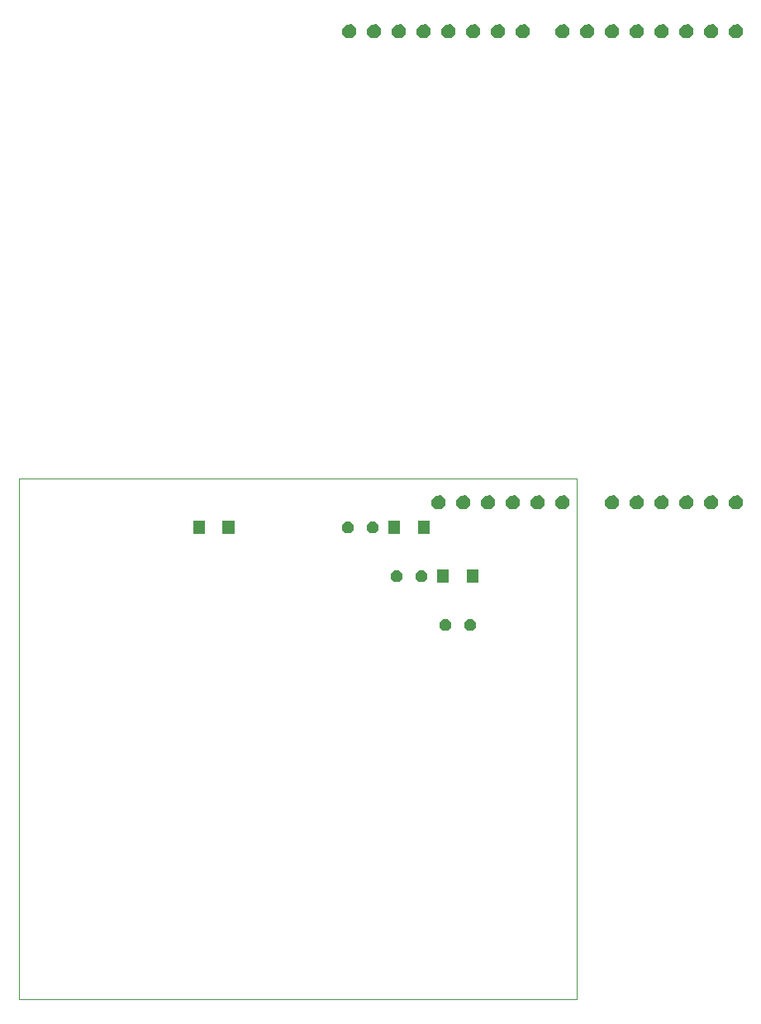
<source format=gtl>
G75*
G71*
%OFA0B0*%
%FSLAX23Y23*%
%IPPOS*%
%LPD*%
%ADD10C,0.1*%
%LPD*%D10*
X0Y0D02*
X0Y100D01*
X0Y200D01*
X0Y300D01*
X0Y400D01*
X0Y499D01*
X0Y599D01*
X0Y699D01*
X0Y799D01*
X0Y899D01*
X0Y999D01*
X0Y1099D01*
X0Y1199D01*
X0Y1299D01*
X0Y1398D01*
X0Y1498D01*
X0Y1598D01*
X0Y1698D01*
X0Y1798D01*
X0Y1898D01*
X0Y1998D01*
X0Y2098D01*
X0Y2198D01*
X0Y2297D01*
X0Y2397D01*
X0Y2497D01*
X0Y2597D01*
X0Y2697D01*
X0Y2797D01*
X0Y2897D01*
X0Y2997D01*
X0Y3097D01*
X0Y3196D01*
X0Y3296D01*
X0Y3396D01*
X0Y3496D01*
X0Y3596D01*
X0Y3696D01*
X0Y3796D01*
X0Y3896D01*
X0Y3995D01*
X0Y4095D01*
X0Y4195D01*
X0Y4295D01*
X0Y4395D01*
X0Y4495D01*
X0Y4595D01*
X0Y4695D01*
X0Y4795D01*
X0Y4894D01*
X0Y4994D01*
X0Y5094D01*
X0Y5194D01*
X0Y5294D01*
X0Y5394D01*
X0Y5494D01*
X0Y5594D01*
X0Y5694D01*
X0Y5793D01*
X0Y5893D01*
X0Y5993D01*
X0Y6093D01*
X0Y6193D01*
X0Y6293D01*
X0Y6393D01*
X0Y6493D01*
X0Y6593D01*
X0Y6692D01*
X0Y6792D01*
X0Y6892D01*
X0Y6992D01*
X0Y7092D01*
X0Y7192D01*
X0Y7292D01*
X0Y7392D01*
X0Y7492D01*
X0Y7591D01*
X0Y7691D01*
X0Y7791D01*
X0Y7891D01*
X0Y7991D01*
X0Y8091D01*
X0Y8191D01*
X0Y8291D01*
X0Y8391D01*
X0Y8490D01*
X0Y8590D01*
X0Y8690D01*
X0Y8790D01*
X0Y8890D01*
X0Y8990D01*
X0Y9090D01*
X0Y9190D01*
X0Y9290D01*
X0Y9389D01*
X0Y9489D01*
X0Y9589D01*
X0Y9689D01*
X0Y9789D01*
X0Y9889D01*
X0Y9989D01*
X0Y10089D01*
X0Y10188D01*
X0Y10288D01*
X0Y10388D01*
X0Y10488D01*
X0Y10588D01*
X0Y10688D01*
X0Y10788D01*
X0Y10888D01*
X0Y10988D01*
X0Y11087D01*
X0Y11187D01*
X0Y11287D01*
X0Y11387D01*
X0Y11487D01*
X0Y11587D01*
X0Y11687D01*
X0Y11787D01*
X0Y11887D01*
X0Y11986D01*
X0Y12086D01*
X0Y12186D01*
X0Y12286D01*
X0Y12386D01*
X0Y12486D01*
X0Y12586D01*
X0Y12686D01*
X0Y12786D01*
X0Y12885D01*
X0Y12985D01*
X0Y13085D01*
X0Y13185D01*
X0Y13285D01*
X0Y13385D01*
X0Y13485D01*
X0Y13585D01*
X0Y13685D01*
X0Y13784D01*
X0Y13884D01*
X0Y13984D01*
X0Y14084D01*
X0Y14184D01*
X0Y14284D01*
X0Y14384D01*
X0Y14484D01*
X0Y14584D01*
X0Y14683D01*
X0Y14783D01*
X0Y14883D01*
X0Y14983D01*
X0Y15083D01*
X0Y15183D01*
X0Y15283D01*
X0Y15383D01*
X0Y15483D01*
X0Y15582D01*
X0Y15682D01*
X0Y15782D01*
X0Y15882D01*
X0Y15982D01*
X0Y16082D01*
X0Y16182D01*
X0Y16282D01*
X0Y16381D01*
X0Y16481D01*
X0Y16581D01*
X0Y16681D01*
X0Y16781D01*
X0Y16881D01*
X0Y16981D01*
X0Y17081D01*
X0Y17181D01*
X0Y17280D01*
X0Y17380D01*
X0Y17480D01*
X0Y17580D01*
X0Y17680D01*
X0Y17780D01*
X0Y17880D01*
X0Y17980D01*
X0Y18080D01*
X0Y18179D01*
X0Y18279D01*
X0Y18379D01*
X0Y18479D01*
X0Y18579D01*
X0Y18679D01*
X0Y18779D01*
X0Y18879D01*
X0Y18979D01*
X0Y19078D01*
X0Y19178D01*
X0Y19278D01*
X0Y19378D01*
X0Y19478D01*
X0Y19578D01*
X0Y19678D01*
X0Y19778D01*
X0Y19878D01*
X0Y19977D01*
X0Y20077D01*
X0Y20177D01*
X0Y20277D01*
X0Y20377D01*
X0Y20477D01*
X0Y20577D01*
X0Y20677D01*
X0Y20777D01*
X0Y20876D01*
X0Y20976D01*
X0Y21076D01*
X0Y21176D01*
X0Y21276D01*
X0Y21376D01*
X0Y21476D01*
X0Y21576D01*
X0Y21676D01*
X0Y21775D01*
X0Y21875D01*
X0Y21975D01*
X0Y22075D01*
X0Y22175D01*
X0Y22275D01*
X0Y22375D01*
X0Y22475D01*
X0Y22575D01*
X0Y22674D01*
X0Y22774D01*
X0Y22874D01*
X0Y22974D01*
X0Y23074D01*
X0Y23174D01*
X0Y23274D01*
X0Y23374D01*
X0Y23473D01*
X0Y23573D01*
X0Y23673D01*
X0Y23773D01*
X0Y23873D01*
X0Y23973D01*
X0Y24073D01*
X0Y24173D01*
X0Y24273D01*
X0Y24372D01*
X0Y24472D01*
X0Y24572D01*
X0Y24672D01*
X0Y24772D01*
X0Y24872D01*
X0Y24972D01*
X0Y25072D01*
X0Y25172D01*
X0Y25271D01*
X0Y25371D01*
X0Y25471D01*
X0Y25571D01*
X0Y25671D01*
X0Y25771D01*
X0Y25871D01*
X0Y25971D01*
X0Y26071D01*
X0Y26170D01*
X0Y26270D01*
X0Y26370D01*
X0Y26470D01*
X0Y26570D01*
X0Y26670D01*
X0Y26770D01*
X0Y26870D01*
X0Y26970D01*
X0Y27069D01*
X0Y27169D01*
X0Y27269D01*
X0Y27369D01*
X0Y27469D01*
X0Y27569D01*
X0Y27669D01*
X0Y27769D01*
X0Y27869D01*
X0Y27968D01*
X0Y28068D01*
X0Y28168D01*
X0Y28268D01*
X0Y28368D01*
X0Y28468D01*
X0Y28568D01*
X0Y28668D01*
X0Y28768D01*
X0Y28867D01*
X0Y28967D01*
X0Y29067D01*
X0Y29167D01*
X0Y29267D01*
X0Y29367D01*
X0Y29467D01*
X0Y29567D01*
X0Y29667D01*
X0Y29766D01*
X0Y29866D01*
X0Y29966D01*
X0Y30066D01*
X0Y30166D01*
X0Y30266D01*
X0Y30366D01*
X0Y30466D01*
X0Y30565D01*
X0Y30665D01*
X0Y30765D01*
X0Y30865D01*
X0Y30965D01*
X0Y31065D01*
X0Y31165D01*
X0Y31265D01*
X0Y31365D01*
X0Y31464D01*
X0Y31564D01*
X0Y31664D01*
X0Y31764D01*
X0Y31864D01*
X0Y31964D01*
X0Y32064D01*
X0Y32164D01*
X0Y32264D01*
X0Y32363D01*
X0Y32463D01*
X0Y32563D01*
X0Y32663D01*
X0Y32763D01*
X0Y32863D01*
X0Y32963D01*
X0Y33063D01*
X0Y33163D01*
X0Y33262D01*
X0Y33362D01*
X0Y33462D01*
X0Y33562D01*
X0Y33662D01*
X0Y33762D01*
X0Y33862D01*
X0Y33962D01*
X0Y34062D01*
X0Y34161D01*
X0Y34261D01*
X0Y34361D01*
X0Y34461D01*
X0Y34561D01*
X0Y34661D01*
X0Y34761D01*
X0Y34861D01*
X0Y34961D01*
X0Y35060D01*
X0Y35160D01*
X0Y35260D01*
X0Y35360D01*
X0Y35460D01*
X0Y35560D01*
X0Y35660D01*
X0Y35760D01*
X0Y35860D01*
X0Y35959D01*
X0Y36059D01*
X0Y36159D01*
X0Y36259D01*
X0Y36359D01*
X0Y36459D01*
X0Y36559D01*
X0Y36659D01*
X0Y36759D01*
X0Y36858D01*
X0Y36958D01*
X0Y37058D01*
X0Y37158D01*
X0Y37258D01*
X0Y37358D01*
X0Y37458D01*
X0Y37558D01*
X0Y37658D01*
X0Y37757D01*
X0Y37857D01*
X0Y37957D01*
X0Y38057D01*
X0Y38157D01*
X0Y38257D01*
X0Y38357D01*
X0Y38457D01*
X0Y38556D01*
X0Y38656D01*
X0Y38756D01*
X0Y38856D01*
X0Y38956D01*
X0Y39056D01*
X0Y39156D01*
X0Y39256D01*
X0Y39356D01*
X0Y39455D01*
X0Y39555D01*
X0Y39655D01*
X0Y39755D01*
X0Y39855D01*
X0Y39955D01*
X0Y40055D01*
X0Y40155D01*
X0Y40255D01*
X0Y40354D01*
X0Y40454D01*
X0Y40554D01*
X0Y40654D01*
X0Y40754D01*
X0Y40854D01*
X0Y40954D01*
X0Y41054D01*
X0Y41154D01*
X0Y41253D01*
X0Y41353D01*
X0Y41453D01*
X0Y41553D01*
X0Y41653D01*
X0Y41753D01*
X0Y41853D01*
X0Y41953D01*
X0Y42053D01*
X0Y42152D01*
X0Y42252D01*
X0Y42352D01*
X0Y42452D01*
X0Y42552D01*
X0Y42652D01*
X0Y42752D01*
X0Y42852D01*
X0Y42952D01*
X0Y43051D01*
X0Y43151D01*
X0Y43251D01*
X0Y43351D01*
X0Y43451D01*
X0Y43551D01*
X0Y43651D01*
X0Y43751D01*
X0Y43851D01*
X0Y43950D01*
X0Y44050D01*
X0Y44150D01*
X0Y44250D01*
X0Y44350D01*
X0Y44450D01*
X0Y44550D01*
X0Y44650D01*
X0Y44750D01*
X0Y44849D01*
X0Y44949D01*
X0Y45049D01*
X0Y45149D01*
X0Y45249D01*
X0Y45349D01*
X0Y45449D01*
X0Y45549D01*
X0Y45649D01*
X0Y45748D01*
X0Y45848D01*
X0Y45948D01*
X0Y46048D01*
X0Y46148D01*
X0Y46248D01*
X0Y46348D01*
X0Y46448D01*
X0Y46548D01*
X0Y46647D01*
X0Y46747D01*
X0Y46847D01*
X0Y46947D01*
X0Y47047D01*
X0Y47147D01*
X0Y47247D01*
X0Y47347D01*
X0Y47447D01*
X0Y47546D01*
X0Y47646D01*
X0Y47746D01*
X0Y47846D01*
X0Y47946D01*
X0Y48046D01*
X0Y48146D01*
X0Y48246D01*
X0Y48346D01*
X0Y48445D01*
X0Y48545D01*
X0Y48645D01*
X0Y48745D01*
X0Y48845D01*
X0Y48945D01*
X0Y49045D01*
X0Y49145D01*
X0Y49244D01*
X0Y49344D01*
X0Y49444D01*
X0Y49544D01*
X0Y49644D01*
X0Y49744D01*
X0Y49844D01*
X0Y49944D01*
X0Y50044D01*
X0Y50143D01*
X0Y50243D01*
X0Y50343D01*
X0Y50443D01*
X0Y50543D01*
X0Y50643D01*
X0Y50743D01*
X0Y50843D01*
X0Y50943D01*
X0Y51043D01*
X0Y51142D01*
X0Y51242D01*
X0Y51342D01*
X0Y51442D01*
X0Y51542D01*
X0Y51642D01*
X0Y51742D01*
X0Y51842D01*
X0Y51942D01*
X0Y52041D01*
X0Y52141D01*
X0Y52241D01*
X0Y52341D01*
X0Y52441D01*
X0Y52541D01*
X0Y52641D01*
X0Y52741D01*
X0Y52841D01*
X0Y52940D01*
X0Y53040D01*
X0Y53140D01*
X0Y53240D01*
X0Y53340D01*
X100Y53340D01*
X200Y53340D01*
X300Y53340D01*
X400Y53340D01*
X500Y53340D01*
X599Y53340D01*
X699Y53340D01*
X799Y53340D01*
X899Y53340D01*
X999Y53340D01*
X1099Y53340D01*
X1199Y53340D01*
X1299Y53340D01*
X1399Y53340D01*
X1499Y53340D01*
X1599Y53340D01*
X1699Y53340D01*
X1798Y53340D01*
X1898Y53340D01*
X1998Y53340D01*
X2098Y53340D01*
X2198Y53340D01*
X2298Y53340D01*
X2398Y53340D01*
X2498Y53340D01*
X2598Y53340D01*
X2698Y53340D01*
X2798Y53340D01*
X2897Y53340D01*
X2997Y53340D01*
X3097Y53340D01*
X3197Y53340D01*
X3297Y53340D01*
X3397Y53340D01*
X3497Y53340D01*
X3597Y53340D01*
X3697Y53340D01*
X3797Y53340D01*
X3897Y53340D01*
X3996Y53340D01*
X4096Y53340D01*
X4196Y53340D01*
X4296Y53340D01*
X4396Y53340D01*
X4496Y53340D01*
X4596Y53340D01*
X4696Y53340D01*
X4796Y53340D01*
X4896Y53340D01*
X4996Y53340D01*
X5096Y53340D01*
X5195Y53340D01*
X5295Y53340D01*
X5395Y53340D01*
X5495Y53340D01*
X5595Y53340D01*
X5695Y53340D01*
X5795Y53340D01*
X5895Y53340D01*
X5995Y53340D01*
X6095Y53340D01*
X6195Y53340D01*
X6294Y53340D01*
X6394Y53340D01*
X6494Y53340D01*
X6594Y53340D01*
X6694Y53340D01*
X6794Y53340D01*
X6894Y53340D01*
X6994Y53340D01*
X7094Y53340D01*
X7194Y53340D01*
X7294Y53340D01*
X7393Y53340D01*
X7493Y53340D01*
X7593Y53340D01*
X7693Y53340D01*
X7793Y53340D01*
X7893Y53340D01*
X7993Y53340D01*
X8093Y53340D01*
X8193Y53340D01*
X8293Y53340D01*
X8393Y53340D01*
X8493Y53340D01*
X8592Y53340D01*
X8692Y53340D01*
X8792Y53340D01*
X8892Y53340D01*
X8992Y53340D01*
X9092Y53340D01*
X9192Y53340D01*
X9292Y53340D01*
X9392Y53340D01*
X9492Y53340D01*
X9592Y53340D01*
X9691Y53340D01*
X9791Y53340D01*
X9891Y53340D01*
X9991Y53340D01*
X10091Y53340D01*
X10191Y53340D01*
X10291Y53340D01*
X10391Y53340D01*
X10491Y53340D01*
X10591Y53340D01*
X10691Y53340D01*
X10791Y53340D01*
X10890Y53340D01*
X10990Y53340D01*
X11090Y53340D01*
X11190Y53340D01*
X11290Y53340D01*
X11390Y53340D01*
X11490Y53340D01*
X11590Y53340D01*
X11690Y53340D01*
X11790Y53340D01*
X11890Y53340D01*
X11989Y53340D01*
X12089Y53340D01*
X12189Y53340D01*
X12289Y53340D01*
X12389Y53340D01*
X12489Y53340D01*
X12589Y53340D01*
X12689Y53340D01*
X12789Y53340D01*
X12889Y53340D01*
X12989Y53340D01*
X13088Y53340D01*
X13188Y53340D01*
X13288Y53340D01*
X13388Y53340D01*
X13488Y53340D01*
X13588Y53340D01*
X13688Y53340D01*
X13788Y53340D01*
X13888Y53340D01*
X13988Y53340D01*
X14088Y53340D01*
X14188Y53340D01*
X14287Y53340D01*
X14387Y53340D01*
X14487Y53340D01*
X14587Y53340D01*
X14687Y53340D01*
X14787Y53340D01*
X14887Y53340D01*
X14987Y53340D01*
X15087Y53340D01*
X15187Y53340D01*
X15287Y53340D01*
X15386Y53340D01*
X15486Y53340D01*
X15586Y53340D01*
X15686Y53340D01*
X15786Y53340D01*
X15886Y53340D01*
X15986Y53340D01*
X16086Y53340D01*
X16186Y53340D01*
X16286Y53340D01*
X16386Y53340D01*
X16485Y53340D01*
X16585Y53340D01*
X16685Y53340D01*
X16785Y53340D01*
X16885Y53340D01*
X16985Y53340D01*
X17085Y53340D01*
X17185Y53340D01*
X17285Y53340D01*
X17385Y53340D01*
X17485Y53340D01*
X17585Y53340D01*
X17684Y53340D01*
X17784Y53340D01*
X17884Y53340D01*
X17984Y53340D01*
X18084Y53340D01*
X18184Y53340D01*
X18284Y53340D01*
X18384Y53340D01*
X18484Y53340D01*
X18584Y53340D01*
X18684Y53340D01*
X18783Y53340D01*
X18883Y53340D01*
X18983Y53340D01*
X19083Y53340D01*
X19183Y53340D01*
X19283Y53340D01*
X19383Y53340D01*
X19483Y53340D01*
X19583Y53340D01*
X19683Y53340D01*
X19783Y53340D01*
X19883Y53340D01*
X19982Y53340D01*
X20082Y53340D01*
X20182Y53340D01*
X20282Y53340D01*
X20382Y53340D01*
X20482Y53340D01*
X20582Y53340D01*
X20682Y53340D01*
X20782Y53340D01*
X20882Y53340D01*
X20982Y53340D01*
X21081Y53340D01*
X21181Y53340D01*
X21281Y53340D01*
X21381Y53340D01*
X21481Y53340D01*
X21581Y53340D01*
X21681Y53340D01*
X21781Y53340D01*
X21881Y53340D01*
X21981Y53340D01*
X22081Y53340D01*
X22180Y53340D01*
X22280Y53340D01*
X22380Y53340D01*
X22480Y53340D01*
X22580Y53340D01*
X22680Y53340D01*
X22780Y53340D01*
X22880Y53340D01*
X22980Y53340D01*
X23080Y53340D01*
X23180Y53340D01*
X23280Y53340D01*
X23379Y53340D01*
X23479Y53340D01*
X23579Y53340D01*
X23679Y53340D01*
X23779Y53340D01*
X23879Y53340D01*
X23979Y53340D01*
X24079Y53340D01*
X24179Y53340D01*
X24279Y53340D01*
X24379Y53340D01*
X24478Y53340D01*
X24578Y53340D01*
X24678Y53340D01*
X24778Y53340D01*
X24878Y53340D01*
X24978Y53340D01*
X25078Y53340D01*
X25178Y53340D01*
X25278Y53340D01*
X25378Y53340D01*
X25478Y53340D01*
X25578Y53340D01*
X25677Y53340D01*
X25777Y53340D01*
X25877Y53340D01*
X25977Y53340D01*
X26077Y53340D01*
X26177Y53340D01*
X26277Y53340D01*
X26377Y53340D01*
X26477Y53340D01*
X26577Y53340D01*
X26677Y53340D01*
X26776Y53340D01*
X26876Y53340D01*
X26976Y53340D01*
X27076Y53340D01*
X27176Y53340D01*
X27276Y53340D01*
X27376Y53340D01*
X27476Y53340D01*
X27576Y53340D01*
X27676Y53340D01*
X27776Y53340D01*
X27875Y53340D01*
X27975Y53340D01*
X28075Y53340D01*
X28175Y53340D01*
X28275Y53340D01*
X28375Y53340D01*
X28475Y53340D01*
X28575Y53340D01*
X28675Y53340D01*
X28775Y53340D01*
X28875Y53340D01*
X28975Y53340D01*
X29074Y53340D01*
X29174Y53340D01*
X29274Y53340D01*
X29374Y53340D01*
X29474Y53340D01*
X29574Y53340D01*
X29674Y53340D01*
X29774Y53340D01*
X29874Y53340D01*
X29974Y53340D01*
X30074Y53340D01*
X30173Y53340D01*
X30273Y53340D01*
X30373Y53340D01*
X30473Y53340D01*
X30573Y53340D01*
X30673Y53340D01*
X30773Y53340D01*
X30873Y53340D01*
X30973Y53340D01*
X31073Y53340D01*
X31173Y53340D01*
X31273Y53340D01*
X31372Y53340D01*
X31472Y53340D01*
X31572Y53340D01*
X31672Y53340D01*
X31772Y53340D01*
X31872Y53340D01*
X31972Y53340D01*
X32072Y53340D01*
X32172Y53340D01*
X32272Y53340D01*
X32372Y53340D01*
X32471Y53340D01*
X32571Y53340D01*
X32671Y53340D01*
X32771Y53340D01*
X32871Y53340D01*
X32971Y53340D01*
X33071Y53340D01*
X33171Y53340D01*
X33271Y53340D01*
X33371Y53340D01*
X33471Y53340D01*
X33571Y53340D01*
X33670Y53340D01*
X33770Y53340D01*
X33870Y53340D01*
X33970Y53340D01*
X34070Y53340D01*
X34170Y53340D01*
X34270Y53340D01*
X34370Y53340D01*
X34470Y53340D01*
X34570Y53340D01*
X34670Y53340D01*
X34769Y53340D01*
X34869Y53340D01*
X34969Y53340D01*
X35069Y53340D01*
X35169Y53340D01*
X35269Y53340D01*
X35369Y53340D01*
X35469Y53340D01*
X35569Y53340D01*
X35669Y53340D01*
X35769Y53340D01*
X35868Y53340D01*
X35968Y53340D01*
X36068Y53340D01*
X36168Y53340D01*
X36268Y53340D01*
X36368Y53340D01*
X36468Y53340D01*
X36568Y53340D01*
X36668Y53340D01*
X36768Y53340D01*
X36868Y53340D01*
X36968Y53340D01*
X37067Y53340D01*
X37167Y53340D01*
X37267Y53340D01*
X37367Y53340D01*
X37467Y53340D01*
X37567Y53340D01*
X37667Y53340D01*
X37767Y53340D01*
X37867Y53340D01*
X37967Y53340D01*
X38067Y53340D01*
X38166Y53340D01*
X38266Y53340D01*
X38366Y53340D01*
X38466Y53340D01*
X38566Y53340D01*
X38666Y53340D01*
X38766Y53340D01*
X38866Y53340D01*
X38966Y53340D01*
X39066Y53340D01*
X39166Y53340D01*
X39265Y53340D01*
X39365Y53340D01*
X39465Y53340D01*
X39565Y53340D01*
X39665Y53340D01*
X39765Y53340D01*
X39865Y53340D01*
X39965Y53340D01*
X40065Y53340D01*
X40165Y53340D01*
X40265Y53340D01*
X40365Y53340D01*
X40464Y53340D01*
X40564Y53340D01*
X40664Y53340D01*
X40764Y53340D01*
X40864Y53340D01*
X40964Y53340D01*
X41064Y53340D01*
X41164Y53340D01*
X41264Y53340D01*
X41364Y53340D01*
X41464Y53340D01*
X41563Y53340D01*
X41663Y53340D01*
X41763Y53340D01*
X41863Y53340D01*
X41963Y53340D01*
X42063Y53340D01*
X42163Y53340D01*
X42263Y53340D01*
X42363Y53340D01*
X42463Y53340D01*
X42563Y53340D01*
X42663Y53340D01*
X42762Y53340D01*
X42862Y53340D01*
X42962Y53340D01*
X43062Y53340D01*
X43162Y53340D01*
X43262Y53340D01*
X43362Y53340D01*
X43462Y53340D01*
X43562Y53340D01*
X43662Y53340D01*
X43762Y53340D01*
X43861Y53340D01*
X43961Y53340D01*
X44061Y53340D01*
X44161Y53340D01*
X44261Y53340D01*
X44361Y53340D01*
X44461Y53340D01*
X44561Y53340D01*
X44661Y53340D01*
X44761Y53340D01*
X44861Y53340D01*
X44961Y53340D01*
X45060Y53340D01*
X45160Y53340D01*
X45260Y53340D01*
X45360Y53340D01*
X45460Y53340D01*
X45560Y53340D01*
X45660Y53340D01*
X45760Y53340D01*
X45860Y53340D01*
X45960Y53340D01*
X46060Y53340D01*
X46159Y53340D01*
X46259Y53340D01*
X46359Y53340D01*
X46459Y53340D01*
X46559Y53340D01*
X46659Y53340D01*
X46759Y53340D01*
X46859Y53340D01*
X46959Y53340D01*
X47059Y53340D01*
X47159Y53340D01*
X47259Y53340D01*
X47358Y53340D01*
X47458Y53340D01*
X47558Y53340D01*
X47658Y53340D01*
X47758Y53340D01*
X47858Y53340D01*
X47958Y53340D01*
X48058Y53340D01*
X48158Y53340D01*
X48258Y53340D01*
X48358Y53340D01*
X48457Y53340D01*
X48557Y53340D01*
X48657Y53340D01*
X48757Y53340D01*
X48857Y53340D01*
X48957Y53340D01*
X49057Y53340D01*
X49157Y53340D01*
X49257Y53340D01*
X49357Y53340D01*
X49457Y53340D01*
X49557Y53340D01*
X49656Y53340D01*
X49756Y53340D01*
X49856Y53340D01*
X49956Y53340D01*
X50056Y53340D01*
X50156Y53340D01*
X50256Y53340D01*
X50356Y53340D01*
X50456Y53340D01*
X50556Y53340D01*
X50656Y53340D01*
X50755Y53340D01*
X50855Y53340D01*
X50955Y53340D01*
X51055Y53340D01*
X51155Y53340D01*
X51255Y53340D01*
X51355Y53340D01*
X51455Y53340D01*
X51555Y53340D01*
X51655Y53340D01*
X51755Y53340D01*
X51855Y53340D01*
X51954Y53340D01*
X52054Y53340D01*
X52154Y53340D01*
X52254Y53340D01*
X52354Y53340D01*
X52454Y53340D01*
X52554Y53340D01*
X52654Y53340D01*
X52754Y53340D01*
X52854Y53340D01*
X52954Y53340D01*
X53053Y53340D01*
X53153Y53340D01*
X53253Y53340D01*
X53353Y53340D01*
X53453Y53340D01*
X53553Y53340D01*
X53653Y53340D01*
X53753Y53340D01*
X53853Y53340D01*
X53953Y53340D01*
X54053Y53340D01*
X54153Y53340D01*
X54252Y53340D01*
X54352Y53340D01*
X54452Y53340D01*
X54552Y53340D01*
X54652Y53340D01*
X54752Y53340D01*
X54852Y53340D01*
X54952Y53340D01*
X55052Y53340D01*
X55152Y53340D01*
X55252Y53340D01*
X55351Y53340D01*
X55451Y53340D01*
X55551Y53340D01*
X55651Y53340D01*
X55751Y53340D01*
X55851Y53340D01*
X55951Y53340D01*
X56051Y53340D01*
X56151Y53340D01*
X56251Y53340D01*
X56351Y53340D01*
X56451Y53340D01*
X56550Y53340D01*
X56650Y53340D01*
X56750Y53340D01*
X56850Y53340D01*
X56950Y53340D01*
X57050Y53340D01*
X57150Y53340D01*
X57150Y53240D01*
X57150Y53140D01*
X57150Y53040D01*
X57150Y52940D01*
X57150Y52841D01*
X57150Y52741D01*
X57150Y52641D01*
X57150Y52541D01*
X57150Y52441D01*
X57150Y52341D01*
X57150Y52241D01*
X57150Y52141D01*
X57150Y52041D01*
X57150Y51942D01*
X57150Y51842D01*
X57150Y51742D01*
X57150Y51642D01*
X57150Y51542D01*
X57150Y51442D01*
X57150Y51342D01*
X57150Y51242D01*
X57150Y51142D01*
X57150Y51043D01*
X57150Y50943D01*
X57150Y50843D01*
X57150Y50743D01*
X57150Y50643D01*
X57150Y50543D01*
X57150Y50443D01*
X57150Y50343D01*
X57150Y50243D01*
X57150Y50144D01*
X57150Y50044D01*
X57150Y49944D01*
X57150Y49844D01*
X57150Y49744D01*
X57150Y49644D01*
X57150Y49544D01*
X57150Y49444D01*
X57150Y49345D01*
X57150Y49245D01*
X57150Y49145D01*
X57150Y49045D01*
X57150Y48945D01*
X57150Y48845D01*
X57150Y48745D01*
X57150Y48645D01*
X57150Y48545D01*
X57150Y48446D01*
X57150Y48346D01*
X57150Y48246D01*
X57150Y48146D01*
X57150Y48046D01*
X57150Y47946D01*
X57150Y47846D01*
X57150Y47746D01*
X57150Y47646D01*
X57150Y47547D01*
X57150Y47447D01*
X57150Y47347D01*
X57150Y47247D01*
X57150Y47147D01*
X57150Y47047D01*
X57150Y46947D01*
X57150Y46847D01*
X57150Y46747D01*
X57150Y46648D01*
X57150Y46548D01*
X57150Y46448D01*
X57150Y46348D01*
X57150Y46248D01*
X57150Y46148D01*
X57150Y46048D01*
X57150Y45948D01*
X57150Y45848D01*
X57150Y45749D01*
X57150Y45649D01*
X57150Y45549D01*
X57150Y45449D01*
X57150Y45349D01*
X57150Y45249D01*
X57150Y45149D01*
X57150Y45049D01*
X57150Y44949D01*
X57150Y44850D01*
X57150Y44750D01*
X57150Y44650D01*
X57150Y44550D01*
X57150Y44450D01*
X57150Y44350D01*
X57150Y44250D01*
X57150Y44150D01*
X57150Y44050D01*
X57150Y43951D01*
X57150Y43851D01*
X57150Y43751D01*
X57150Y43651D01*
X57150Y43551D01*
X57150Y43451D01*
X57150Y43351D01*
X57150Y43251D01*
X57150Y43152D01*
X57150Y43052D01*
X57150Y42952D01*
X57150Y42852D01*
X57150Y42752D01*
X57150Y42652D01*
X57150Y42552D01*
X57150Y42452D01*
X57150Y42352D01*
X57150Y42253D01*
X57150Y42153D01*
X57150Y42053D01*
X57150Y41953D01*
X57150Y41853D01*
X57150Y41753D01*
X57150Y41653D01*
X57150Y41553D01*
X57150Y41453D01*
X57150Y41354D01*
X57150Y41254D01*
X57150Y41154D01*
X57150Y41054D01*
X57150Y40954D01*
X57150Y40854D01*
X57150Y40754D01*
X57150Y40654D01*
X57150Y40554D01*
X57150Y40455D01*
X57150Y40355D01*
X57150Y40255D01*
X57150Y40155D01*
X57150Y40055D01*
X57150Y39955D01*
X57150Y39855D01*
X57150Y39755D01*
X57150Y39655D01*
X57150Y39556D01*
X57150Y39456D01*
X57150Y39356D01*
X57150Y39256D01*
X57150Y39156D01*
X57150Y39056D01*
X57150Y38956D01*
X57150Y38856D01*
X57150Y38756D01*
X57150Y38657D01*
X57150Y38557D01*
X57150Y38457D01*
X57150Y38357D01*
X57150Y38257D01*
X57150Y38157D01*
X57150Y38057D01*
X57150Y37957D01*
X57150Y37857D01*
X57150Y37758D01*
X57150Y37658D01*
X57150Y37558D01*
X57150Y37458D01*
X57150Y37358D01*
X57150Y37258D01*
X57150Y37158D01*
X57150Y37058D01*
X57150Y36959D01*
X57150Y36859D01*
X57150Y36759D01*
X57150Y36659D01*
X57150Y36559D01*
X57150Y36459D01*
X57150Y36359D01*
X57150Y36259D01*
X57150Y36159D01*
X57150Y36060D01*
X57150Y35960D01*
X57150Y35860D01*
X57150Y35760D01*
X57150Y35660D01*
X57150Y35560D01*
X57150Y35460D01*
X57150Y35360D01*
X57150Y35260D01*
X57150Y35161D01*
X57150Y35061D01*
X57150Y34961D01*
X57150Y34861D01*
X57150Y34761D01*
X57150Y34661D01*
X57150Y34561D01*
X57150Y34461D01*
X57150Y34361D01*
X57150Y34262D01*
X57150Y34162D01*
X57150Y34062D01*
X57150Y33962D01*
X57150Y33862D01*
X57150Y33762D01*
X57150Y33662D01*
X57150Y33562D01*
X57150Y33462D01*
X57150Y33363D01*
X57150Y33263D01*
X57150Y33163D01*
X57150Y33063D01*
X57150Y32963D01*
X57150Y32863D01*
X57150Y32763D01*
X57150Y32663D01*
X57150Y32563D01*
X57150Y32464D01*
X57150Y32364D01*
X57150Y32264D01*
X57150Y32164D01*
X57150Y32064D01*
X57150Y31964D01*
X57150Y31864D01*
X57150Y31764D01*
X57150Y31664D01*
X57150Y31565D01*
X57150Y31465D01*
X57150Y31365D01*
X57150Y31265D01*
X57150Y31165D01*
X57150Y31065D01*
X57150Y30965D01*
X57150Y30865D01*
X57150Y30765D01*
X57150Y30666D01*
X57150Y30566D01*
X57150Y30466D01*
X57150Y30366D01*
X57150Y30266D01*
X57150Y30166D01*
X57150Y30066D01*
X57150Y29966D01*
X57150Y29867D01*
X57150Y29767D01*
X57150Y29667D01*
X57150Y29567D01*
X57150Y29467D01*
X57150Y29367D01*
X57150Y29267D01*
X57150Y29167D01*
X57150Y29067D01*
X57150Y28968D01*
X57150Y28868D01*
X57150Y28768D01*
X57150Y28668D01*
X57150Y28568D01*
X57150Y28468D01*
X57150Y28368D01*
X57150Y28268D01*
X57150Y28168D01*
X57150Y28069D01*
X57150Y27969D01*
X57150Y27869D01*
X57150Y27769D01*
X57150Y27669D01*
X57150Y27569D01*
X57150Y27469D01*
X57150Y27369D01*
X57150Y27269D01*
X57150Y27170D01*
X57150Y27070D01*
X57150Y26970D01*
X57150Y26870D01*
X57150Y26770D01*
X57150Y26670D01*
X57150Y26570D01*
X57150Y26470D01*
X57150Y26370D01*
X57150Y26271D01*
X57150Y26171D01*
X57150Y26071D01*
X57150Y25971D01*
X57150Y25871D01*
X57150Y25771D01*
X57150Y25671D01*
X57150Y25571D01*
X57150Y25471D01*
X57150Y25372D01*
X57150Y25272D01*
X57150Y25172D01*
X57150Y25072D01*
X57150Y24972D01*
X57150Y24872D01*
X57150Y24772D01*
X57150Y24672D01*
X57150Y24572D01*
X57150Y24473D01*
X57150Y24373D01*
X57150Y24273D01*
X57150Y24173D01*
X57150Y24073D01*
X57150Y23973D01*
X57150Y23873D01*
X57150Y23773D01*
X57150Y23673D01*
X57150Y23574D01*
X57150Y23474D01*
X57150Y23374D01*
X57150Y23274D01*
X57150Y23174D01*
X57150Y23074D01*
X57150Y22974D01*
X57150Y22874D01*
X57150Y22775D01*
X57150Y22675D01*
X57150Y22575D01*
X57150Y22475D01*
X57150Y22375D01*
X57150Y22275D01*
X57150Y22175D01*
X57150Y22075D01*
X57150Y21975D01*
X57150Y21876D01*
X57150Y21776D01*
X57150Y21676D01*
X57150Y21576D01*
X57150Y21476D01*
X57150Y21376D01*
X57150Y21276D01*
X57150Y21176D01*
X57150Y21076D01*
X57150Y20977D01*
X57150Y20877D01*
X57150Y20777D01*
X57150Y20677D01*
X57150Y20577D01*
X57150Y20477D01*
X57150Y20377D01*
X57150Y20277D01*
X57150Y20177D01*
X57150Y20078D01*
X57150Y19978D01*
X57150Y19878D01*
X57150Y19778D01*
X57150Y19678D01*
X57150Y19578D01*
X57150Y19478D01*
X57150Y19378D01*
X57150Y19278D01*
X57150Y19179D01*
X57150Y19079D01*
X57150Y18979D01*
X57150Y18879D01*
X57150Y18779D01*
X57150Y18679D01*
X57150Y18579D01*
X57150Y18479D01*
X57150Y18379D01*
X57150Y18280D01*
X57150Y18180D01*
X57150Y18080D01*
X57150Y17980D01*
X57150Y17880D01*
X57150Y17780D01*
X57150Y17680D01*
X57150Y17580D01*
X57150Y17480D01*
X57150Y17381D01*
X57150Y17281D01*
X57150Y17181D01*
X57150Y17081D01*
X57150Y16981D01*
X57150Y16881D01*
X57150Y16781D01*
X57150Y16681D01*
X57150Y16581D01*
X57150Y16482D01*
X57150Y16382D01*
X57150Y16282D01*
X57150Y16182D01*
X57150Y16082D01*
X57150Y15982D01*
X57150Y15882D01*
X57150Y15782D01*
X57150Y15682D01*
X57150Y15583D01*
X57150Y15483D01*
X57150Y15383D01*
X57150Y15283D01*
X57150Y15183D01*
X57150Y15083D01*
X57150Y14983D01*
X57150Y14883D01*
X57150Y14784D01*
X57150Y14684D01*
X57150Y14584D01*
X57150Y14484D01*
X57150Y14384D01*
X57150Y14284D01*
X57150Y14184D01*
X57150Y14084D01*
X57150Y13984D01*
X57150Y13885D01*
X57150Y13785D01*
X57150Y13685D01*
X57150Y13585D01*
X57150Y13485D01*
X57150Y13385D01*
X57150Y13285D01*
X57150Y13185D01*
X57150Y13085D01*
X57150Y12986D01*
X57150Y12886D01*
X57150Y12786D01*
X57150Y12686D01*
X57150Y12586D01*
X57150Y12486D01*
X57150Y12386D01*
X57150Y12286D01*
X57150Y12186D01*
X57150Y12087D01*
X57150Y11987D01*
X57150Y11887D01*
X57150Y11787D01*
X57150Y11687D01*
X57150Y11587D01*
X57150Y11487D01*
X57150Y11387D01*
X57150Y11287D01*
X57150Y11188D01*
X57150Y11088D01*
X57150Y10988D01*
X57150Y10888D01*
X57150Y10788D01*
X57150Y10688D01*
X57150Y10588D01*
X57150Y10488D01*
X57150Y10388D01*
X57150Y10289D01*
X57150Y10189D01*
X57150Y10089D01*
X57150Y9989D01*
X57150Y9889D01*
X57150Y9789D01*
X57150Y9689D01*
X57150Y9589D01*
X57150Y9489D01*
X57150Y9390D01*
X57150Y9290D01*
X57150Y9190D01*
X57150Y9090D01*
X57150Y8990D01*
X57150Y8890D01*
X57150Y8790D01*
X57150Y8690D01*
X57150Y8590D01*
X57150Y8491D01*
X57150Y8391D01*
X57150Y8291D01*
X57150Y8191D01*
X57150Y8091D01*
X57150Y7991D01*
X57150Y7891D01*
X57150Y7791D01*
X57150Y7691D01*
X57150Y7592D01*
X57150Y7492D01*
X57150Y7392D01*
X57150Y7292D01*
X57150Y7192D01*
X57150Y7092D01*
X57150Y6992D01*
X57150Y6892D01*
X57150Y6792D01*
X57150Y6693D01*
X57150Y6593D01*
X57150Y6493D01*
X57150Y6393D01*
X57150Y6293D01*
X57150Y6193D01*
X57150Y6093D01*
X57150Y5993D01*
X57150Y5893D01*
X57150Y5794D01*
X57150Y5694D01*
X57150Y5594D01*
X57150Y5494D01*
X57150Y5394D01*
X57150Y5294D01*
X57150Y5194D01*
X57150Y5094D01*
X57150Y4994D01*
X57150Y4895D01*
X57150Y4795D01*
X57150Y4695D01*
X57150Y4595D01*
X57150Y4495D01*
X57150Y4395D01*
X57150Y4295D01*
X57150Y4195D01*
X57150Y4096D01*
X57150Y3996D01*
X57150Y3896D01*
X57150Y3796D01*
X57150Y3696D01*
X57150Y3596D01*
X57150Y3496D01*
X57150Y3396D01*
X57150Y3296D01*
X57150Y3197D01*
X57150Y3097D01*
X57150Y2997D01*
X57150Y2897D01*
X57150Y2797D01*
X57150Y2697D01*
X57150Y2597D01*
X57150Y2497D01*
X57150Y2397D01*
X57150Y2297D01*
X57150Y2198D01*
X57150Y2098D01*
X57150Y1998D01*
X57150Y1898D01*
X57150Y1798D01*
X57150Y1698D01*
X57150Y1598D01*
X57150Y1498D01*
X57150Y1398D01*
X57150Y1299D01*
X57150Y1199D01*
X57150Y1099D01*
X57150Y999D01*
X57150Y899D01*
X57150Y799D01*
X57150Y699D01*
X57150Y599D01*
X57150Y499D01*
X57150Y400D01*
X57150Y300D01*
X57150Y200D01*
X57150Y100D01*
X57150Y0D01*
X57050Y0D01*
X56950Y0D01*
X56850Y0D01*
X56750Y0D01*
X56650Y0D01*
X56551Y0D01*
X56451Y0D01*
X56351Y0D01*
X56251Y0D01*
X56151Y0D01*
X56051Y0D01*
X55951Y0D01*
X55851Y0D01*
X55751Y0D01*
X55651Y0D01*
X55551Y0D01*
X55451Y0D01*
X55352Y0D01*
X55252Y0D01*
X55152Y0D01*
X55052Y0D01*
X54952Y0D01*
X54852Y0D01*
X54752Y0D01*
X54652Y0D01*
X54552Y0D01*
X54452Y0D01*
X54352Y0D01*
X54253Y0D01*
X54153Y0D01*
X54053Y0D01*
X53953Y0D01*
X53853Y0D01*
X53753Y0D01*
X53653Y0D01*
X53553Y0D01*
X53453Y0D01*
X53353Y0D01*
X53253Y0D01*
X53154Y0D01*
X53054Y0D01*
X52954Y0D01*
X52854Y0D01*
X52754Y0D01*
X52654Y0D01*
X52554Y0D01*
X52454Y0D01*
X52354Y0D01*
X52254Y0D01*
X52154Y0D01*
X52054Y0D01*
X51955Y0D01*
X51855Y0D01*
X51755Y0D01*
X51655Y0D01*
X51555Y0D01*
X51455Y0D01*
X51355Y0D01*
X51255Y0D01*
X51155Y0D01*
X51055Y0D01*
X50955Y0D01*
X50856Y0D01*
X50756Y0D01*
X50656Y0D01*
X50556Y0D01*
X50456Y0D01*
X50356Y0D01*
X50256Y0D01*
X50156Y0D01*
X50056Y0D01*
X49956Y0D01*
X49856Y0D01*
X49757Y0D01*
X49657Y0D01*
X49557Y0D01*
X49457Y0D01*
X49357Y0D01*
X49257Y0D01*
X49157Y0D01*
X49057Y0D01*
X48957Y0D01*
X48857Y0D01*
X48757Y0D01*
X48657Y0D01*
X48558Y0D01*
X48458Y0D01*
X48358Y0D01*
X48258Y0D01*
X48158Y0D01*
X48058Y0D01*
X47958Y0D01*
X47858Y0D01*
X47758Y0D01*
X47658Y0D01*
X47558Y0D01*
X47459Y0D01*
X47359Y0D01*
X47259Y0D01*
X47159Y0D01*
X47059Y0D01*
X46959Y0D01*
X46859Y0D01*
X46759Y0D01*
X46659Y0D01*
X46559Y0D01*
X46459Y0D01*
X46359Y0D01*
X46260Y0D01*
X46160Y0D01*
X46060Y0D01*
X45960Y0D01*
X45860Y0D01*
X45760Y0D01*
X45660Y0D01*
X45560Y0D01*
X45460Y0D01*
X45360Y0D01*
X45260Y0D01*
X45161Y0D01*
X45061Y0D01*
X44961Y0D01*
X44861Y0D01*
X44761Y0D01*
X44661Y0D01*
X44561Y0D01*
X44461Y0D01*
X44361Y0D01*
X44261Y0D01*
X44161Y0D01*
X44062Y0D01*
X43962Y0D01*
X43862Y0D01*
X43762Y0D01*
X43662Y0D01*
X43562Y0D01*
X43462Y0D01*
X43362Y0D01*
X43262Y0D01*
X43162Y0D01*
X43062Y0D01*
X42962Y0D01*
X42863Y0D01*
X42763Y0D01*
X42663Y0D01*
X42563Y0D01*
X42463Y0D01*
X42363Y0D01*
X42263Y0D01*
X42163Y0D01*
X42063Y0D01*
X41963Y0D01*
X41863Y0D01*
X41764Y0D01*
X41664Y0D01*
X41564Y0D01*
X41464Y0D01*
X41364Y0D01*
X41264Y0D01*
X41164Y0D01*
X41064Y0D01*
X40964Y0D01*
X40864Y0D01*
X40764Y0D01*
X40665Y0D01*
X40565Y0D01*
X40465Y0D01*
X40365Y0D01*
X40265Y0D01*
X40165Y0D01*
X40065Y0D01*
X39965Y0D01*
X39865Y0D01*
X39765Y0D01*
X39665Y0D01*
X39565Y0D01*
X39466Y0D01*
X39366Y0D01*
X39266Y0D01*
X39166Y0D01*
X39066Y0D01*
X38966Y0D01*
X38866Y0D01*
X38766Y0D01*
X38666Y0D01*
X38566Y0D01*
X38466Y0D01*
X38367Y0D01*
X38267Y0D01*
X38167Y0D01*
X38067Y0D01*
X37967Y0D01*
X37867Y0D01*
X37767Y0D01*
X37667Y0D01*
X37567Y0D01*
X37467Y0D01*
X37367Y0D01*
X37267Y0D01*
X37168Y0D01*
X37068Y0D01*
X36968Y0D01*
X36868Y0D01*
X36768Y0D01*
X36668Y0D01*
X36568Y0D01*
X36468Y0D01*
X36368Y0D01*
X36268Y0D01*
X36168Y0D01*
X36069Y0D01*
X35969Y0D01*
X35869Y0D01*
X35769Y0D01*
X35669Y0D01*
X35569Y0D01*
X35469Y0D01*
X35369Y0D01*
X35269Y0D01*
X35169Y0D01*
X35069Y0D01*
X34970Y0D01*
X34870Y0D01*
X34770Y0D01*
X34670Y0D01*
X34570Y0D01*
X34470Y0D01*
X34370Y0D01*
X34270Y0D01*
X34170Y0D01*
X34070Y0D01*
X33970Y0D01*
X33870Y0D01*
X33771Y0D01*
X33671Y0D01*
X33571Y0D01*
X33471Y0D01*
X33371Y0D01*
X33271Y0D01*
X33171Y0D01*
X33071Y0D01*
X32971Y0D01*
X32871Y0D01*
X32771Y0D01*
X32672Y0D01*
X32572Y0D01*
X32472Y0D01*
X32372Y0D01*
X32272Y0D01*
X32172Y0D01*
X32072Y0D01*
X31972Y0D01*
X31872Y0D01*
X31772Y0D01*
X31672Y0D01*
X31572Y0D01*
X31473Y0D01*
X31373Y0D01*
X31273Y0D01*
X31173Y0D01*
X31073Y0D01*
X30973Y0D01*
X30873Y0D01*
X30773Y0D01*
X30673Y0D01*
X30573Y0D01*
X30473Y0D01*
X30374Y0D01*
X30274Y0D01*
X30174Y0D01*
X30074Y0D01*
X29974Y0D01*
X29874Y0D01*
X29774Y0D01*
X29674Y0D01*
X29574Y0D01*
X29474Y0D01*
X29374Y0D01*
X29275Y0D01*
X29175Y0D01*
X29075Y0D01*
X28975Y0D01*
X28875Y0D01*
X28775Y0D01*
X28675Y0D01*
X28575Y0D01*
X28475Y0D01*
X28375Y0D01*
X28275Y0D01*
X28175Y0D01*
X28076Y0D01*
X27976Y0D01*
X27876Y0D01*
X27776Y0D01*
X27676Y0D01*
X27576Y0D01*
X27476Y0D01*
X27376Y0D01*
X27276Y0D01*
X27176Y0D01*
X27076Y0D01*
X26977Y0D01*
X26877Y0D01*
X26777Y0D01*
X26677Y0D01*
X26577Y0D01*
X26477Y0D01*
X26377Y0D01*
X26277Y0D01*
X26177Y0D01*
X26077Y0D01*
X25977Y0D01*
X25877Y0D01*
X25778Y0D01*
X25678Y0D01*
X25578Y0D01*
X25478Y0D01*
X25378Y0D01*
X25278Y0D01*
X25178Y0D01*
X25078Y0D01*
X24978Y0D01*
X24878Y0D01*
X24778Y0D01*
X24679Y0D01*
X24579Y0D01*
X24479Y0D01*
X24379Y0D01*
X24279Y0D01*
X24179Y0D01*
X24079Y0D01*
X23979Y0D01*
X23879Y0D01*
X23779Y0D01*
X23679Y0D01*
X23579Y0D01*
X23480Y0D01*
X23380Y0D01*
X23280Y0D01*
X23180Y0D01*
X23080Y0D01*
X22980Y0D01*
X22880Y0D01*
X22780Y0D01*
X22680Y0D01*
X22580Y0D01*
X22480Y0D01*
X22381Y0D01*
X22281Y0D01*
X22181Y0D01*
X22081Y0D01*
X21981Y0D01*
X21881Y0D01*
X21781Y0D01*
X21681Y0D01*
X21581Y0D01*
X21481Y0D01*
X21381Y0D01*
X21282Y0D01*
X21182Y0D01*
X21082Y0D01*
X20982Y0D01*
X20882Y0D01*
X20782Y0D01*
X20682Y0D01*
X20582Y0D01*
X20482Y0D01*
X20382Y0D01*
X20282Y0D01*
X20182Y0D01*
X20083Y0D01*
X19983Y0D01*
X19883Y0D01*
X19783Y0D01*
X19683Y0D01*
X19583Y0D01*
X19483Y0D01*
X19383Y0D01*
X19283Y0D01*
X19183Y0D01*
X19083Y0D01*
X18984Y0D01*
X18884Y0D01*
X18784Y0D01*
X18684Y0D01*
X18584Y0D01*
X18484Y0D01*
X18384Y0D01*
X18284Y0D01*
X18184Y0D01*
X18084Y0D01*
X17984Y0D01*
X17885Y0D01*
X17785Y0D01*
X17685Y0D01*
X17585Y0D01*
X17485Y0D01*
X17385Y0D01*
X17285Y0D01*
X17185Y0D01*
X17085Y0D01*
X16985Y0D01*
X16885Y0D01*
X16785Y0D01*
X16686Y0D01*
X16586Y0D01*
X16486Y0D01*
X16386Y0D01*
X16286Y0D01*
X16186Y0D01*
X16086Y0D01*
X15986Y0D01*
X15886Y0D01*
X15786Y0D01*
X15686Y0D01*
X15587Y0D01*
X15487Y0D01*
X15387Y0D01*
X15287Y0D01*
X15187Y0D01*
X15087Y0D01*
X14987Y0D01*
X14887Y0D01*
X14787Y0D01*
X14687Y0D01*
X14587Y0D01*
X14487Y0D01*
X14388Y0D01*
X14288Y0D01*
X14188Y0D01*
X14088Y0D01*
X13988Y0D01*
X13888Y0D01*
X13788Y0D01*
X13688Y0D01*
X13588Y0D01*
X13488Y0D01*
X13388Y0D01*
X13289Y0D01*
X13189Y0D01*
X13089Y0D01*
X12989Y0D01*
X12889Y0D01*
X12789Y0D01*
X12689Y0D01*
X12589Y0D01*
X12489Y0D01*
X12389Y0D01*
X12289Y0D01*
X12189Y0D01*
X12090Y0D01*
X11990Y0D01*
X11890Y0D01*
X11790Y0D01*
X11690Y0D01*
X11590Y0D01*
X11490Y0D01*
X11390Y0D01*
X11290Y0D01*
X11190Y0D01*
X11090Y0D01*
X10991Y0D01*
X10891Y0D01*
X10791Y0D01*
X10691Y0D01*
X10591Y0D01*
X10491Y0D01*
X10391Y0D01*
X10291Y0D01*
X10191Y0D01*
X10091Y0D01*
X9991Y0D01*
X9891Y0D01*
X9792Y0D01*
X9692Y0D01*
X9592Y0D01*
X9492Y0D01*
X9392Y0D01*
X9292Y0D01*
X9192Y0D01*
X9092Y0D01*
X8992Y0D01*
X8892Y0D01*
X8792Y0D01*
X8693Y0D01*
X8593Y0D01*
X8493Y0D01*
X8393Y0D01*
X8293Y0D01*
X8193Y0D01*
X8093Y0D01*
X7993Y0D01*
X7893Y0D01*
X7793Y0D01*
X7693Y0D01*
X7593Y0D01*
X7494Y0D01*
X7394Y0D01*
X7294Y0D01*
X7194Y0D01*
X7094Y0D01*
X6994Y0D01*
X6894Y0D01*
X6794Y0D01*
X6694Y0D01*
X6594Y0D01*
X6494Y0D01*
X6395Y0D01*
X6295Y0D01*
X6195Y0D01*
X6095Y0D01*
X5995Y0D01*
X5895Y0D01*
X5795Y0D01*
X5695Y0D01*
X5595Y0D01*
X5495Y0D01*
X5395Y0D01*
X5295Y0D01*
X5196Y0D01*
X5096Y0D01*
X4996Y0D01*
X4896Y0D01*
X4796Y0D01*
X4696Y0D01*
X4596Y0D01*
X4496Y0D01*
X4396Y0D01*
X4296Y0D01*
X4196Y0D01*
X4097Y0D01*
X3997Y0D01*
X3897Y0D01*
X3797Y0D01*
X3697Y0D01*
X3597Y0D01*
X3497Y0D01*
X3397Y0D01*
X3297Y0D01*
X3197Y0D01*
X3097Y0D01*
X2997Y0D01*
X2898Y0D01*
X2798Y0D01*
X2698Y0D01*
X2598Y0D01*
X2498Y0D01*
X2398Y0D01*
X2298Y0D01*
X2198Y0D01*
X2098Y0D01*
X1998Y0D01*
X1898Y0D01*
X1799Y0D01*
X1699Y0D01*
X1599Y0D01*
X1499Y0D01*
X1399Y0D01*
X1299Y0D01*
X1199Y0D01*
X1099Y0D01*
X999Y0D01*
X899Y0D01*
X799Y0D01*
X699Y0D01*
X600Y0D01*
X500Y0D01*
X400Y0D01*
X300Y0D01*
X200Y0D01*
X100Y0D01*
X0Y0D01*
X0Y0D01*
G36*
X71678Y98850D02*
X71263Y98427D01*
X70670Y98422D01*
X70247Y98837D01*
X70242Y99430D01*
X70657Y99853D01*
X71250Y99858D01*
X71673Y99443D01*
G37*
G36*
X47294Y98850D02*
X46879Y98427D01*
X46286Y98422D01*
X45863Y98837D01*
X45858Y99430D01*
X46273Y99853D01*
X46866Y99858D01*
X47289Y99443D01*
G37*
G36*
X44754Y98850D02*
X44339Y98427D01*
X43746Y98422D01*
X43323Y98837D01*
X43318Y99430D01*
X43733Y99853D01*
X44326Y99858D01*
X44749Y99443D01*
G37*
G36*
X42214Y98850D02*
X41799Y98427D01*
X41206Y98422D01*
X40783Y98837D01*
X40778Y99430D01*
X41193Y99853D01*
X41786Y99858D01*
X42209Y99443D01*
G37*
G36*
X39674Y98850D02*
X39259Y98427D01*
X38666Y98422D01*
X38243Y98837D01*
X38238Y99430D01*
X38653Y99853D01*
X39246Y99858D01*
X39669Y99443D01*
G37*
G36*
X69138Y98850D02*
X68723Y98427D01*
X68130Y98422D01*
X67707Y98837D01*
X67702Y99430D01*
X68117Y99853D01*
X68710Y99858D01*
X69133Y99443D01*
G37*
G36*
X66598Y98850D02*
X66183Y98427D01*
X65590Y98422D01*
X65167Y98837D01*
X65162Y99430D01*
X65577Y99853D01*
X66170Y99858D01*
X66593Y99443D01*
G37*
G36*
X64058Y98850D02*
X63643Y98427D01*
X63050Y98422D01*
X62627Y98837D01*
X62622Y99430D01*
X63037Y99853D01*
X63630Y99858D01*
X64053Y99443D01*
G37*
G36*
X61518Y98850D02*
X61103Y98427D01*
X60510Y98422D01*
X60087Y98837D01*
X60082Y99430D01*
X60497Y99853D01*
X61090Y99858D01*
X61513Y99443D01*
G37*
G36*
X58978Y98850D02*
X58563Y98427D01*
X57970Y98422D01*
X57547Y98837D01*
X57542Y99430D01*
X57957Y99853D01*
X58550Y99858D01*
X58973Y99443D01*
G37*
G36*
X56438Y98850D02*
X56023Y98427D01*
X55430Y98422D01*
X55007Y98837D01*
X55002Y99430D01*
X55417Y99853D01*
X56010Y99858D01*
X56433Y99443D01*
G37*
G36*
X52374Y98850D02*
X51959Y98427D01*
X51366Y98422D01*
X50943Y98837D01*
X50938Y99430D01*
X51353Y99853D01*
X51946Y99858D01*
X52369Y99443D01*
G37*
G36*
X49834Y98850D02*
X49419Y98427D01*
X48826Y98422D01*
X48403Y98837D01*
X48398Y99430D01*
X48813Y99853D01*
X49406Y99858D01*
X49829Y99443D01*
G37*
G36*
X37134Y98850D02*
X36719Y98427D01*
X36126Y98422D01*
X35703Y98837D01*
X35698Y99430D01*
X36113Y99853D01*
X36706Y99858D01*
X37129Y99443D01*
G37*
G36*
X53898Y50590D02*
X53483Y50167D01*
X52890Y50162D01*
X52467Y50577D01*
X52462Y51170D01*
X52877Y51593D01*
X53470Y51598D01*
X53893Y51183D01*
G37*
G36*
X51358Y50590D02*
X50943Y50167D01*
X50350Y50162D01*
X49927Y50577D01*
X49922Y51170D01*
X50337Y51593D01*
X50930Y51598D01*
X51353Y51183D01*
G37*
G36*
X56438Y50590D02*
X56023Y50167D01*
X55430Y50162D01*
X55007Y50577D01*
X55002Y51170D01*
X55417Y51593D01*
X56010Y51598D01*
X56433Y51183D01*
G37*
G36*
X43738Y50590D02*
X43323Y50167D01*
X42730Y50162D01*
X42307Y50577D01*
X42302Y51170D01*
X42717Y51593D01*
X43310Y51598D01*
X43733Y51183D01*
G37*
G36*
X46278Y50590D02*
X45863Y50167D01*
X45270Y50162D01*
X44847Y50577D01*
X44842Y51170D01*
X45257Y51593D01*
X45850Y51598D01*
X46273Y51183D01*
G37*
G36*
X48818Y50590D02*
X48403Y50167D01*
X47810Y50162D01*
X47387Y50577D01*
X47382Y51170D01*
X47797Y51593D01*
X48390Y51598D01*
X48813Y51183D01*
G37*
G36*
X61518Y50590D02*
X61103Y50167D01*
X60510Y50162D01*
X60087Y50577D01*
X60082Y51170D01*
X60497Y51593D01*
X61090Y51598D01*
X61513Y51183D01*
G37*
G36*
X64058Y50590D02*
X63643Y50167D01*
X63050Y50162D01*
X62627Y50577D01*
X62622Y51170D01*
X63037Y51593D01*
X63630Y51598D01*
X64053Y51183D01*
G37*
G36*
X66598Y50590D02*
X66183Y50167D01*
X65590Y50162D01*
X65167Y50577D01*
X65162Y51170D01*
X65577Y51593D01*
X66170Y51598D01*
X66593Y51183D01*
G37*
G36*
X69138Y50590D02*
X68723Y50167D01*
X68130Y50162D01*
X67707Y50577D01*
X67702Y51170D01*
X68117Y51593D01*
X68710Y51598D01*
X69133Y51183D01*
G37*
G36*
X71678Y50590D02*
X71263Y50167D01*
X70670Y50162D01*
X70247Y50577D01*
X70242Y51170D01*
X70657Y51593D01*
X71250Y51598D01*
X71673Y51183D01*
G37*
G36*
X74218Y50590D02*
X73803Y50167D01*
X73210Y50162D01*
X72787Y50577D01*
X72782Y51170D01*
X73197Y51593D01*
X73790Y51598D01*
X74213Y51183D01*
G37*
G36*
X34594Y98850D02*
X34179Y98427D01*
X33586Y98422D01*
X33163Y98837D01*
X33158Y99430D01*
X33573Y99853D01*
X34166Y99858D01*
X34589Y99443D01*
G37*
G36*
X74218Y98850D02*
X73803Y98427D01*
X73210Y98422D01*
X72787Y98837D01*
X72782Y99430D01*
X73197Y99853D01*
X73790Y99858D01*
X74213Y99443D01*
G37*
G36*
X19100Y47640D02*
X17900Y47640D01*
X17900Y49040D01*
X19100Y49040D01*
X19100Y47640D01*
G37*
G36*
X22100Y47640D02*
X20900Y47640D01*
X20900Y49040D01*
X22100Y49040D01*
X22100Y47640D01*
G37*
G36*
X36836Y48111D02*
X36508Y47778D01*
X36041Y47774D01*
X35708Y48102D01*
X35704Y48569D01*
X36032Y48902D01*
X36499Y48906D01*
X36832Y48578D01*
G37*
G36*
X34296Y48111D02*
X33968Y47778D01*
X33501Y47774D01*
X33168Y48102D01*
X33164Y48569D01*
X33492Y48902D01*
X33959Y48906D01*
X34292Y48578D01*
G37*
G36*
X39100Y47640D02*
X37900Y47640D01*
X37900Y49040D01*
X39100Y49040D01*
X39100Y47640D01*
G37*
G36*
X42100Y47640D02*
X40900Y47640D01*
X40900Y49040D01*
X42100Y49040D01*
X42100Y47640D01*
G37*
G36*
X44100Y42640D02*
X42900Y42640D01*
X42900Y44040D01*
X44100Y44040D01*
X44100Y42640D01*
G37*
G36*
X47100Y42640D02*
X45900Y42640D01*
X45900Y44040D01*
X47100Y44040D01*
X47100Y42640D01*
G37*
G36*
X41836Y43111D02*
X41508Y42778D01*
X41041Y42774D01*
X40708Y43102D01*
X40704Y43569D01*
X41032Y43902D01*
X41499Y43906D01*
X41832Y43578D01*
G37*
G36*
X39296Y43111D02*
X38968Y42778D01*
X38501Y42774D01*
X38168Y43102D01*
X38164Y43569D01*
X38492Y43902D01*
X38959Y43906D01*
X39292Y43578D01*
G37*
G36*
X46836Y38111D02*
X46508Y37778D01*
X46041Y37774D01*
X45708Y38102D01*
X45704Y38569D01*
X46032Y38902D01*
X46499Y38906D01*
X46832Y38578D01*
G37*
G36*
X44296Y38111D02*
X43968Y37778D01*
X43501Y37774D01*
X43168Y38102D01*
X43164Y38569D01*
X43492Y38902D01*
X43959Y38906D01*
X44292Y38578D01*
G37*
M02*

</source>
